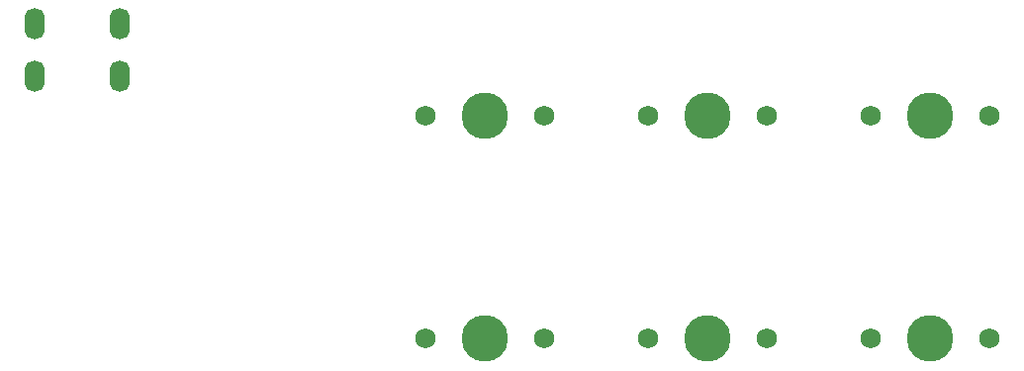
<source format=gts>
G04 #@! TF.GenerationSoftware,KiCad,Pcbnew,(5.1.9)-1*
G04 #@! TF.CreationDate,2021-02-11T09:20:13-08:00*
G04 #@! TF.ProjectId,TestOne,54657374-4f6e-4652-9e6b-696361645f70,rev?*
G04 #@! TF.SameCoordinates,Original*
G04 #@! TF.FileFunction,Soldermask,Top*
G04 #@! TF.FilePolarity,Negative*
%FSLAX46Y46*%
G04 Gerber Fmt 4.6, Leading zero omitted, Abs format (unit mm)*
G04 Created by KiCad (PCBNEW (5.1.9)-1) date 2021-02-11 09:20:13*
%MOMM*%
%LPD*%
G01*
G04 APERTURE LIST*
%ADD10O,1.700000X2.700000*%
%ADD11C,1.750000*%
%ADD12C,3.987800*%
G04 APERTURE END LIST*
D10*
G04 #@! TO.C,USB1*
X148775400Y-28600400D03*
X156075400Y-28600400D03*
X156075400Y-33100400D03*
X148775400Y-33100400D03*
G04 #@! TD*
D11*
G04 #@! TO.C,MX6*
X230505000Y-55549800D03*
X220345000Y-55549800D03*
D12*
X225425000Y-55549800D03*
G04 #@! TD*
D11*
G04 #@! TO.C,MX5*
X230505000Y-36499800D03*
X220345000Y-36499800D03*
D12*
X225425000Y-36499800D03*
G04 #@! TD*
D11*
G04 #@! TO.C,MX4*
X211455000Y-55549800D03*
X201295000Y-55549800D03*
D12*
X206375000Y-55549800D03*
G04 #@! TD*
D11*
G04 #@! TO.C,MX3*
X211455000Y-36499800D03*
X201295000Y-36499800D03*
D12*
X206375000Y-36499800D03*
G04 #@! TD*
D11*
G04 #@! TO.C,MX2*
X192405000Y-55549800D03*
X182245000Y-55549800D03*
D12*
X187325000Y-55549800D03*
G04 #@! TD*
D11*
G04 #@! TO.C,MX1*
X192405000Y-36499800D03*
X182245000Y-36499800D03*
D12*
X187325000Y-36499800D03*
G04 #@! TD*
M02*

</source>
